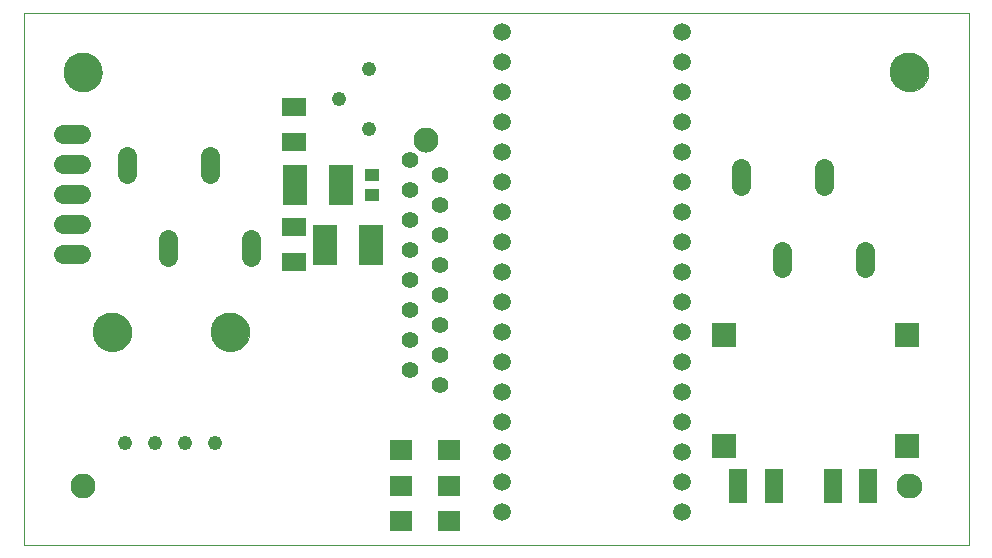
<source format=gts>
G75*
%MOIN*%
%OFA0B0*%
%FSLAX25Y25*%
%IPPOS*%
%LPD*%
%AMOC8*
5,1,8,0,0,1.08239X$1,22.5*
%
%ADD10C,0.00000*%
%ADD11C,0.12998*%
%ADD12C,0.08274*%
%ADD13C,0.05943*%
%ADD14C,0.04762*%
%ADD15C,0.05600*%
%ADD16C,0.04800*%
%ADD17C,0.06337*%
%ADD18R,0.08274X0.08274*%
%ADD19R,0.07487X0.07093*%
%ADD20R,0.06306X0.11817*%
%ADD21C,0.06400*%
%ADD22R,0.07880X0.13786*%
%ADD23R,0.08274X0.06306*%
%ADD24R,0.04731X0.04337*%
D10*
X0010673Y0006013D02*
X0010673Y0183178D01*
X0325634Y0183178D01*
X0325634Y0006013D01*
X0010673Y0006013D01*
X0026421Y0025698D02*
X0026423Y0025823D01*
X0026429Y0025948D01*
X0026439Y0026072D01*
X0026453Y0026196D01*
X0026470Y0026320D01*
X0026492Y0026443D01*
X0026518Y0026565D01*
X0026547Y0026687D01*
X0026580Y0026807D01*
X0026618Y0026926D01*
X0026658Y0027045D01*
X0026703Y0027161D01*
X0026751Y0027276D01*
X0026803Y0027390D01*
X0026859Y0027502D01*
X0026918Y0027612D01*
X0026980Y0027720D01*
X0027046Y0027827D01*
X0027115Y0027931D01*
X0027188Y0028032D01*
X0027263Y0028132D01*
X0027342Y0028229D01*
X0027424Y0028323D01*
X0027509Y0028415D01*
X0027596Y0028504D01*
X0027687Y0028590D01*
X0027780Y0028673D01*
X0027876Y0028754D01*
X0027974Y0028831D01*
X0028074Y0028905D01*
X0028177Y0028976D01*
X0028282Y0029043D01*
X0028390Y0029108D01*
X0028499Y0029168D01*
X0028610Y0029226D01*
X0028723Y0029279D01*
X0028837Y0029329D01*
X0028953Y0029376D01*
X0029070Y0029418D01*
X0029189Y0029457D01*
X0029309Y0029493D01*
X0029430Y0029524D01*
X0029552Y0029552D01*
X0029674Y0029575D01*
X0029798Y0029595D01*
X0029922Y0029611D01*
X0030046Y0029623D01*
X0030171Y0029631D01*
X0030296Y0029635D01*
X0030420Y0029635D01*
X0030545Y0029631D01*
X0030670Y0029623D01*
X0030794Y0029611D01*
X0030918Y0029595D01*
X0031042Y0029575D01*
X0031164Y0029552D01*
X0031286Y0029524D01*
X0031407Y0029493D01*
X0031527Y0029457D01*
X0031646Y0029418D01*
X0031763Y0029376D01*
X0031879Y0029329D01*
X0031993Y0029279D01*
X0032106Y0029226D01*
X0032217Y0029168D01*
X0032327Y0029108D01*
X0032434Y0029043D01*
X0032539Y0028976D01*
X0032642Y0028905D01*
X0032742Y0028831D01*
X0032840Y0028754D01*
X0032936Y0028673D01*
X0033029Y0028590D01*
X0033120Y0028504D01*
X0033207Y0028415D01*
X0033292Y0028323D01*
X0033374Y0028229D01*
X0033453Y0028132D01*
X0033528Y0028032D01*
X0033601Y0027931D01*
X0033670Y0027827D01*
X0033736Y0027720D01*
X0033798Y0027612D01*
X0033857Y0027502D01*
X0033913Y0027390D01*
X0033965Y0027276D01*
X0034013Y0027161D01*
X0034058Y0027045D01*
X0034098Y0026926D01*
X0034136Y0026807D01*
X0034169Y0026687D01*
X0034198Y0026565D01*
X0034224Y0026443D01*
X0034246Y0026320D01*
X0034263Y0026196D01*
X0034277Y0026072D01*
X0034287Y0025948D01*
X0034293Y0025823D01*
X0034295Y0025698D01*
X0034293Y0025573D01*
X0034287Y0025448D01*
X0034277Y0025324D01*
X0034263Y0025200D01*
X0034246Y0025076D01*
X0034224Y0024953D01*
X0034198Y0024831D01*
X0034169Y0024709D01*
X0034136Y0024589D01*
X0034098Y0024470D01*
X0034058Y0024351D01*
X0034013Y0024235D01*
X0033965Y0024120D01*
X0033913Y0024006D01*
X0033857Y0023894D01*
X0033798Y0023784D01*
X0033736Y0023676D01*
X0033670Y0023569D01*
X0033601Y0023465D01*
X0033528Y0023364D01*
X0033453Y0023264D01*
X0033374Y0023167D01*
X0033292Y0023073D01*
X0033207Y0022981D01*
X0033120Y0022892D01*
X0033029Y0022806D01*
X0032936Y0022723D01*
X0032840Y0022642D01*
X0032742Y0022565D01*
X0032642Y0022491D01*
X0032539Y0022420D01*
X0032434Y0022353D01*
X0032326Y0022288D01*
X0032217Y0022228D01*
X0032106Y0022170D01*
X0031993Y0022117D01*
X0031879Y0022067D01*
X0031763Y0022020D01*
X0031646Y0021978D01*
X0031527Y0021939D01*
X0031407Y0021903D01*
X0031286Y0021872D01*
X0031164Y0021844D01*
X0031042Y0021821D01*
X0030918Y0021801D01*
X0030794Y0021785D01*
X0030670Y0021773D01*
X0030545Y0021765D01*
X0030420Y0021761D01*
X0030296Y0021761D01*
X0030171Y0021765D01*
X0030046Y0021773D01*
X0029922Y0021785D01*
X0029798Y0021801D01*
X0029674Y0021821D01*
X0029552Y0021844D01*
X0029430Y0021872D01*
X0029309Y0021903D01*
X0029189Y0021939D01*
X0029070Y0021978D01*
X0028953Y0022020D01*
X0028837Y0022067D01*
X0028723Y0022117D01*
X0028610Y0022170D01*
X0028499Y0022228D01*
X0028389Y0022288D01*
X0028282Y0022353D01*
X0028177Y0022420D01*
X0028074Y0022491D01*
X0027974Y0022565D01*
X0027876Y0022642D01*
X0027780Y0022723D01*
X0027687Y0022806D01*
X0027596Y0022892D01*
X0027509Y0022981D01*
X0027424Y0023073D01*
X0027342Y0023167D01*
X0027263Y0023264D01*
X0027188Y0023364D01*
X0027115Y0023465D01*
X0027046Y0023569D01*
X0026980Y0023676D01*
X0026918Y0023784D01*
X0026859Y0023894D01*
X0026803Y0024006D01*
X0026751Y0024120D01*
X0026703Y0024235D01*
X0026658Y0024351D01*
X0026618Y0024470D01*
X0026580Y0024589D01*
X0026547Y0024709D01*
X0026518Y0024831D01*
X0026492Y0024953D01*
X0026470Y0025076D01*
X0026453Y0025200D01*
X0026439Y0025324D01*
X0026429Y0025448D01*
X0026423Y0025573D01*
X0026421Y0025698D01*
X0033902Y0076879D02*
X0033904Y0077037D01*
X0033910Y0077195D01*
X0033920Y0077353D01*
X0033934Y0077511D01*
X0033952Y0077668D01*
X0033973Y0077825D01*
X0033999Y0077981D01*
X0034029Y0078137D01*
X0034062Y0078292D01*
X0034100Y0078445D01*
X0034141Y0078598D01*
X0034186Y0078750D01*
X0034235Y0078901D01*
X0034288Y0079050D01*
X0034344Y0079198D01*
X0034404Y0079344D01*
X0034468Y0079489D01*
X0034536Y0079632D01*
X0034607Y0079774D01*
X0034681Y0079914D01*
X0034759Y0080051D01*
X0034841Y0080187D01*
X0034925Y0080321D01*
X0035014Y0080452D01*
X0035105Y0080581D01*
X0035200Y0080708D01*
X0035297Y0080833D01*
X0035398Y0080955D01*
X0035502Y0081074D01*
X0035609Y0081191D01*
X0035719Y0081305D01*
X0035832Y0081416D01*
X0035947Y0081525D01*
X0036065Y0081630D01*
X0036186Y0081732D01*
X0036309Y0081832D01*
X0036435Y0081928D01*
X0036563Y0082021D01*
X0036693Y0082111D01*
X0036826Y0082197D01*
X0036961Y0082281D01*
X0037097Y0082360D01*
X0037236Y0082437D01*
X0037377Y0082509D01*
X0037519Y0082579D01*
X0037663Y0082644D01*
X0037809Y0082706D01*
X0037956Y0082764D01*
X0038105Y0082819D01*
X0038255Y0082870D01*
X0038406Y0082917D01*
X0038558Y0082960D01*
X0038711Y0082999D01*
X0038866Y0083035D01*
X0039021Y0083066D01*
X0039177Y0083094D01*
X0039333Y0083118D01*
X0039490Y0083138D01*
X0039648Y0083154D01*
X0039805Y0083166D01*
X0039964Y0083174D01*
X0040122Y0083178D01*
X0040280Y0083178D01*
X0040438Y0083174D01*
X0040597Y0083166D01*
X0040754Y0083154D01*
X0040912Y0083138D01*
X0041069Y0083118D01*
X0041225Y0083094D01*
X0041381Y0083066D01*
X0041536Y0083035D01*
X0041691Y0082999D01*
X0041844Y0082960D01*
X0041996Y0082917D01*
X0042147Y0082870D01*
X0042297Y0082819D01*
X0042446Y0082764D01*
X0042593Y0082706D01*
X0042739Y0082644D01*
X0042883Y0082579D01*
X0043025Y0082509D01*
X0043166Y0082437D01*
X0043305Y0082360D01*
X0043441Y0082281D01*
X0043576Y0082197D01*
X0043709Y0082111D01*
X0043839Y0082021D01*
X0043967Y0081928D01*
X0044093Y0081832D01*
X0044216Y0081732D01*
X0044337Y0081630D01*
X0044455Y0081525D01*
X0044570Y0081416D01*
X0044683Y0081305D01*
X0044793Y0081191D01*
X0044900Y0081074D01*
X0045004Y0080955D01*
X0045105Y0080833D01*
X0045202Y0080708D01*
X0045297Y0080581D01*
X0045388Y0080452D01*
X0045477Y0080321D01*
X0045561Y0080187D01*
X0045643Y0080051D01*
X0045721Y0079914D01*
X0045795Y0079774D01*
X0045866Y0079632D01*
X0045934Y0079489D01*
X0045998Y0079344D01*
X0046058Y0079198D01*
X0046114Y0079050D01*
X0046167Y0078901D01*
X0046216Y0078750D01*
X0046261Y0078598D01*
X0046302Y0078445D01*
X0046340Y0078292D01*
X0046373Y0078137D01*
X0046403Y0077981D01*
X0046429Y0077825D01*
X0046450Y0077668D01*
X0046468Y0077511D01*
X0046482Y0077353D01*
X0046492Y0077195D01*
X0046498Y0077037D01*
X0046500Y0076879D01*
X0046498Y0076721D01*
X0046492Y0076563D01*
X0046482Y0076405D01*
X0046468Y0076247D01*
X0046450Y0076090D01*
X0046429Y0075933D01*
X0046403Y0075777D01*
X0046373Y0075621D01*
X0046340Y0075466D01*
X0046302Y0075313D01*
X0046261Y0075160D01*
X0046216Y0075008D01*
X0046167Y0074857D01*
X0046114Y0074708D01*
X0046058Y0074560D01*
X0045998Y0074414D01*
X0045934Y0074269D01*
X0045866Y0074126D01*
X0045795Y0073984D01*
X0045721Y0073844D01*
X0045643Y0073707D01*
X0045561Y0073571D01*
X0045477Y0073437D01*
X0045388Y0073306D01*
X0045297Y0073177D01*
X0045202Y0073050D01*
X0045105Y0072925D01*
X0045004Y0072803D01*
X0044900Y0072684D01*
X0044793Y0072567D01*
X0044683Y0072453D01*
X0044570Y0072342D01*
X0044455Y0072233D01*
X0044337Y0072128D01*
X0044216Y0072026D01*
X0044093Y0071926D01*
X0043967Y0071830D01*
X0043839Y0071737D01*
X0043709Y0071647D01*
X0043576Y0071561D01*
X0043441Y0071477D01*
X0043305Y0071398D01*
X0043166Y0071321D01*
X0043025Y0071249D01*
X0042883Y0071179D01*
X0042739Y0071114D01*
X0042593Y0071052D01*
X0042446Y0070994D01*
X0042297Y0070939D01*
X0042147Y0070888D01*
X0041996Y0070841D01*
X0041844Y0070798D01*
X0041691Y0070759D01*
X0041536Y0070723D01*
X0041381Y0070692D01*
X0041225Y0070664D01*
X0041069Y0070640D01*
X0040912Y0070620D01*
X0040754Y0070604D01*
X0040597Y0070592D01*
X0040438Y0070584D01*
X0040280Y0070580D01*
X0040122Y0070580D01*
X0039964Y0070584D01*
X0039805Y0070592D01*
X0039648Y0070604D01*
X0039490Y0070620D01*
X0039333Y0070640D01*
X0039177Y0070664D01*
X0039021Y0070692D01*
X0038866Y0070723D01*
X0038711Y0070759D01*
X0038558Y0070798D01*
X0038406Y0070841D01*
X0038255Y0070888D01*
X0038105Y0070939D01*
X0037956Y0070994D01*
X0037809Y0071052D01*
X0037663Y0071114D01*
X0037519Y0071179D01*
X0037377Y0071249D01*
X0037236Y0071321D01*
X0037097Y0071398D01*
X0036961Y0071477D01*
X0036826Y0071561D01*
X0036693Y0071647D01*
X0036563Y0071737D01*
X0036435Y0071830D01*
X0036309Y0071926D01*
X0036186Y0072026D01*
X0036065Y0072128D01*
X0035947Y0072233D01*
X0035832Y0072342D01*
X0035719Y0072453D01*
X0035609Y0072567D01*
X0035502Y0072684D01*
X0035398Y0072803D01*
X0035297Y0072925D01*
X0035200Y0073050D01*
X0035105Y0073177D01*
X0035014Y0073306D01*
X0034925Y0073437D01*
X0034841Y0073571D01*
X0034759Y0073707D01*
X0034681Y0073844D01*
X0034607Y0073984D01*
X0034536Y0074126D01*
X0034468Y0074269D01*
X0034404Y0074414D01*
X0034344Y0074560D01*
X0034288Y0074708D01*
X0034235Y0074857D01*
X0034186Y0075008D01*
X0034141Y0075160D01*
X0034100Y0075313D01*
X0034062Y0075466D01*
X0034029Y0075621D01*
X0033999Y0075777D01*
X0033973Y0075933D01*
X0033952Y0076090D01*
X0033934Y0076247D01*
X0033920Y0076405D01*
X0033910Y0076563D01*
X0033904Y0076721D01*
X0033902Y0076879D01*
X0073272Y0076879D02*
X0073274Y0077037D01*
X0073280Y0077195D01*
X0073290Y0077353D01*
X0073304Y0077511D01*
X0073322Y0077668D01*
X0073343Y0077825D01*
X0073369Y0077981D01*
X0073399Y0078137D01*
X0073432Y0078292D01*
X0073470Y0078445D01*
X0073511Y0078598D01*
X0073556Y0078750D01*
X0073605Y0078901D01*
X0073658Y0079050D01*
X0073714Y0079198D01*
X0073774Y0079344D01*
X0073838Y0079489D01*
X0073906Y0079632D01*
X0073977Y0079774D01*
X0074051Y0079914D01*
X0074129Y0080051D01*
X0074211Y0080187D01*
X0074295Y0080321D01*
X0074384Y0080452D01*
X0074475Y0080581D01*
X0074570Y0080708D01*
X0074667Y0080833D01*
X0074768Y0080955D01*
X0074872Y0081074D01*
X0074979Y0081191D01*
X0075089Y0081305D01*
X0075202Y0081416D01*
X0075317Y0081525D01*
X0075435Y0081630D01*
X0075556Y0081732D01*
X0075679Y0081832D01*
X0075805Y0081928D01*
X0075933Y0082021D01*
X0076063Y0082111D01*
X0076196Y0082197D01*
X0076331Y0082281D01*
X0076467Y0082360D01*
X0076606Y0082437D01*
X0076747Y0082509D01*
X0076889Y0082579D01*
X0077033Y0082644D01*
X0077179Y0082706D01*
X0077326Y0082764D01*
X0077475Y0082819D01*
X0077625Y0082870D01*
X0077776Y0082917D01*
X0077928Y0082960D01*
X0078081Y0082999D01*
X0078236Y0083035D01*
X0078391Y0083066D01*
X0078547Y0083094D01*
X0078703Y0083118D01*
X0078860Y0083138D01*
X0079018Y0083154D01*
X0079175Y0083166D01*
X0079334Y0083174D01*
X0079492Y0083178D01*
X0079650Y0083178D01*
X0079808Y0083174D01*
X0079967Y0083166D01*
X0080124Y0083154D01*
X0080282Y0083138D01*
X0080439Y0083118D01*
X0080595Y0083094D01*
X0080751Y0083066D01*
X0080906Y0083035D01*
X0081061Y0082999D01*
X0081214Y0082960D01*
X0081366Y0082917D01*
X0081517Y0082870D01*
X0081667Y0082819D01*
X0081816Y0082764D01*
X0081963Y0082706D01*
X0082109Y0082644D01*
X0082253Y0082579D01*
X0082395Y0082509D01*
X0082536Y0082437D01*
X0082675Y0082360D01*
X0082811Y0082281D01*
X0082946Y0082197D01*
X0083079Y0082111D01*
X0083209Y0082021D01*
X0083337Y0081928D01*
X0083463Y0081832D01*
X0083586Y0081732D01*
X0083707Y0081630D01*
X0083825Y0081525D01*
X0083940Y0081416D01*
X0084053Y0081305D01*
X0084163Y0081191D01*
X0084270Y0081074D01*
X0084374Y0080955D01*
X0084475Y0080833D01*
X0084572Y0080708D01*
X0084667Y0080581D01*
X0084758Y0080452D01*
X0084847Y0080321D01*
X0084931Y0080187D01*
X0085013Y0080051D01*
X0085091Y0079914D01*
X0085165Y0079774D01*
X0085236Y0079632D01*
X0085304Y0079489D01*
X0085368Y0079344D01*
X0085428Y0079198D01*
X0085484Y0079050D01*
X0085537Y0078901D01*
X0085586Y0078750D01*
X0085631Y0078598D01*
X0085672Y0078445D01*
X0085710Y0078292D01*
X0085743Y0078137D01*
X0085773Y0077981D01*
X0085799Y0077825D01*
X0085820Y0077668D01*
X0085838Y0077511D01*
X0085852Y0077353D01*
X0085862Y0077195D01*
X0085868Y0077037D01*
X0085870Y0076879D01*
X0085868Y0076721D01*
X0085862Y0076563D01*
X0085852Y0076405D01*
X0085838Y0076247D01*
X0085820Y0076090D01*
X0085799Y0075933D01*
X0085773Y0075777D01*
X0085743Y0075621D01*
X0085710Y0075466D01*
X0085672Y0075313D01*
X0085631Y0075160D01*
X0085586Y0075008D01*
X0085537Y0074857D01*
X0085484Y0074708D01*
X0085428Y0074560D01*
X0085368Y0074414D01*
X0085304Y0074269D01*
X0085236Y0074126D01*
X0085165Y0073984D01*
X0085091Y0073844D01*
X0085013Y0073707D01*
X0084931Y0073571D01*
X0084847Y0073437D01*
X0084758Y0073306D01*
X0084667Y0073177D01*
X0084572Y0073050D01*
X0084475Y0072925D01*
X0084374Y0072803D01*
X0084270Y0072684D01*
X0084163Y0072567D01*
X0084053Y0072453D01*
X0083940Y0072342D01*
X0083825Y0072233D01*
X0083707Y0072128D01*
X0083586Y0072026D01*
X0083463Y0071926D01*
X0083337Y0071830D01*
X0083209Y0071737D01*
X0083079Y0071647D01*
X0082946Y0071561D01*
X0082811Y0071477D01*
X0082675Y0071398D01*
X0082536Y0071321D01*
X0082395Y0071249D01*
X0082253Y0071179D01*
X0082109Y0071114D01*
X0081963Y0071052D01*
X0081816Y0070994D01*
X0081667Y0070939D01*
X0081517Y0070888D01*
X0081366Y0070841D01*
X0081214Y0070798D01*
X0081061Y0070759D01*
X0080906Y0070723D01*
X0080751Y0070692D01*
X0080595Y0070664D01*
X0080439Y0070640D01*
X0080282Y0070620D01*
X0080124Y0070604D01*
X0079967Y0070592D01*
X0079808Y0070584D01*
X0079650Y0070580D01*
X0079492Y0070580D01*
X0079334Y0070584D01*
X0079175Y0070592D01*
X0079018Y0070604D01*
X0078860Y0070620D01*
X0078703Y0070640D01*
X0078547Y0070664D01*
X0078391Y0070692D01*
X0078236Y0070723D01*
X0078081Y0070759D01*
X0077928Y0070798D01*
X0077776Y0070841D01*
X0077625Y0070888D01*
X0077475Y0070939D01*
X0077326Y0070994D01*
X0077179Y0071052D01*
X0077033Y0071114D01*
X0076889Y0071179D01*
X0076747Y0071249D01*
X0076606Y0071321D01*
X0076467Y0071398D01*
X0076331Y0071477D01*
X0076196Y0071561D01*
X0076063Y0071647D01*
X0075933Y0071737D01*
X0075805Y0071830D01*
X0075679Y0071926D01*
X0075556Y0072026D01*
X0075435Y0072128D01*
X0075317Y0072233D01*
X0075202Y0072342D01*
X0075089Y0072453D01*
X0074979Y0072567D01*
X0074872Y0072684D01*
X0074768Y0072803D01*
X0074667Y0072925D01*
X0074570Y0073050D01*
X0074475Y0073177D01*
X0074384Y0073306D01*
X0074295Y0073437D01*
X0074211Y0073571D01*
X0074129Y0073707D01*
X0074051Y0073844D01*
X0073977Y0073984D01*
X0073906Y0074126D01*
X0073838Y0074269D01*
X0073774Y0074414D01*
X0073714Y0074560D01*
X0073658Y0074708D01*
X0073605Y0074857D01*
X0073556Y0075008D01*
X0073511Y0075160D01*
X0073470Y0075313D01*
X0073432Y0075466D01*
X0073399Y0075621D01*
X0073369Y0075777D01*
X0073343Y0075933D01*
X0073322Y0076090D01*
X0073304Y0076247D01*
X0073290Y0076405D01*
X0073280Y0076563D01*
X0073274Y0076721D01*
X0073272Y0076879D01*
X0140736Y0141013D02*
X0140738Y0141138D01*
X0140744Y0141263D01*
X0140754Y0141387D01*
X0140768Y0141511D01*
X0140785Y0141635D01*
X0140807Y0141758D01*
X0140833Y0141880D01*
X0140862Y0142002D01*
X0140895Y0142122D01*
X0140933Y0142241D01*
X0140973Y0142360D01*
X0141018Y0142476D01*
X0141066Y0142591D01*
X0141118Y0142705D01*
X0141174Y0142817D01*
X0141233Y0142927D01*
X0141295Y0143035D01*
X0141361Y0143142D01*
X0141430Y0143246D01*
X0141503Y0143347D01*
X0141578Y0143447D01*
X0141657Y0143544D01*
X0141739Y0143638D01*
X0141824Y0143730D01*
X0141911Y0143819D01*
X0142002Y0143905D01*
X0142095Y0143988D01*
X0142191Y0144069D01*
X0142289Y0144146D01*
X0142389Y0144220D01*
X0142492Y0144291D01*
X0142597Y0144358D01*
X0142705Y0144423D01*
X0142814Y0144483D01*
X0142925Y0144541D01*
X0143038Y0144594D01*
X0143152Y0144644D01*
X0143268Y0144691D01*
X0143385Y0144733D01*
X0143504Y0144772D01*
X0143624Y0144808D01*
X0143745Y0144839D01*
X0143867Y0144867D01*
X0143989Y0144890D01*
X0144113Y0144910D01*
X0144237Y0144926D01*
X0144361Y0144938D01*
X0144486Y0144946D01*
X0144611Y0144950D01*
X0144735Y0144950D01*
X0144860Y0144946D01*
X0144985Y0144938D01*
X0145109Y0144926D01*
X0145233Y0144910D01*
X0145357Y0144890D01*
X0145479Y0144867D01*
X0145601Y0144839D01*
X0145722Y0144808D01*
X0145842Y0144772D01*
X0145961Y0144733D01*
X0146078Y0144691D01*
X0146194Y0144644D01*
X0146308Y0144594D01*
X0146421Y0144541D01*
X0146532Y0144483D01*
X0146642Y0144423D01*
X0146749Y0144358D01*
X0146854Y0144291D01*
X0146957Y0144220D01*
X0147057Y0144146D01*
X0147155Y0144069D01*
X0147251Y0143988D01*
X0147344Y0143905D01*
X0147435Y0143819D01*
X0147522Y0143730D01*
X0147607Y0143638D01*
X0147689Y0143544D01*
X0147768Y0143447D01*
X0147843Y0143347D01*
X0147916Y0143246D01*
X0147985Y0143142D01*
X0148051Y0143035D01*
X0148113Y0142927D01*
X0148172Y0142817D01*
X0148228Y0142705D01*
X0148280Y0142591D01*
X0148328Y0142476D01*
X0148373Y0142360D01*
X0148413Y0142241D01*
X0148451Y0142122D01*
X0148484Y0142002D01*
X0148513Y0141880D01*
X0148539Y0141758D01*
X0148561Y0141635D01*
X0148578Y0141511D01*
X0148592Y0141387D01*
X0148602Y0141263D01*
X0148608Y0141138D01*
X0148610Y0141013D01*
X0148608Y0140888D01*
X0148602Y0140763D01*
X0148592Y0140639D01*
X0148578Y0140515D01*
X0148561Y0140391D01*
X0148539Y0140268D01*
X0148513Y0140146D01*
X0148484Y0140024D01*
X0148451Y0139904D01*
X0148413Y0139785D01*
X0148373Y0139666D01*
X0148328Y0139550D01*
X0148280Y0139435D01*
X0148228Y0139321D01*
X0148172Y0139209D01*
X0148113Y0139099D01*
X0148051Y0138991D01*
X0147985Y0138884D01*
X0147916Y0138780D01*
X0147843Y0138679D01*
X0147768Y0138579D01*
X0147689Y0138482D01*
X0147607Y0138388D01*
X0147522Y0138296D01*
X0147435Y0138207D01*
X0147344Y0138121D01*
X0147251Y0138038D01*
X0147155Y0137957D01*
X0147057Y0137880D01*
X0146957Y0137806D01*
X0146854Y0137735D01*
X0146749Y0137668D01*
X0146641Y0137603D01*
X0146532Y0137543D01*
X0146421Y0137485D01*
X0146308Y0137432D01*
X0146194Y0137382D01*
X0146078Y0137335D01*
X0145961Y0137293D01*
X0145842Y0137254D01*
X0145722Y0137218D01*
X0145601Y0137187D01*
X0145479Y0137159D01*
X0145357Y0137136D01*
X0145233Y0137116D01*
X0145109Y0137100D01*
X0144985Y0137088D01*
X0144860Y0137080D01*
X0144735Y0137076D01*
X0144611Y0137076D01*
X0144486Y0137080D01*
X0144361Y0137088D01*
X0144237Y0137100D01*
X0144113Y0137116D01*
X0143989Y0137136D01*
X0143867Y0137159D01*
X0143745Y0137187D01*
X0143624Y0137218D01*
X0143504Y0137254D01*
X0143385Y0137293D01*
X0143268Y0137335D01*
X0143152Y0137382D01*
X0143038Y0137432D01*
X0142925Y0137485D01*
X0142814Y0137543D01*
X0142704Y0137603D01*
X0142597Y0137668D01*
X0142492Y0137735D01*
X0142389Y0137806D01*
X0142289Y0137880D01*
X0142191Y0137957D01*
X0142095Y0138038D01*
X0142002Y0138121D01*
X0141911Y0138207D01*
X0141824Y0138296D01*
X0141739Y0138388D01*
X0141657Y0138482D01*
X0141578Y0138579D01*
X0141503Y0138679D01*
X0141430Y0138780D01*
X0141361Y0138884D01*
X0141295Y0138991D01*
X0141233Y0139099D01*
X0141174Y0139209D01*
X0141118Y0139321D01*
X0141066Y0139435D01*
X0141018Y0139550D01*
X0140973Y0139666D01*
X0140933Y0139785D01*
X0140895Y0139904D01*
X0140862Y0140024D01*
X0140833Y0140146D01*
X0140807Y0140268D01*
X0140785Y0140391D01*
X0140768Y0140515D01*
X0140754Y0140639D01*
X0140744Y0140763D01*
X0140738Y0140888D01*
X0140736Y0141013D01*
X0024059Y0163493D02*
X0024061Y0163651D01*
X0024067Y0163809D01*
X0024077Y0163967D01*
X0024091Y0164125D01*
X0024109Y0164282D01*
X0024130Y0164439D01*
X0024156Y0164595D01*
X0024186Y0164751D01*
X0024219Y0164906D01*
X0024257Y0165059D01*
X0024298Y0165212D01*
X0024343Y0165364D01*
X0024392Y0165515D01*
X0024445Y0165664D01*
X0024501Y0165812D01*
X0024561Y0165958D01*
X0024625Y0166103D01*
X0024693Y0166246D01*
X0024764Y0166388D01*
X0024838Y0166528D01*
X0024916Y0166665D01*
X0024998Y0166801D01*
X0025082Y0166935D01*
X0025171Y0167066D01*
X0025262Y0167195D01*
X0025357Y0167322D01*
X0025454Y0167447D01*
X0025555Y0167569D01*
X0025659Y0167688D01*
X0025766Y0167805D01*
X0025876Y0167919D01*
X0025989Y0168030D01*
X0026104Y0168139D01*
X0026222Y0168244D01*
X0026343Y0168346D01*
X0026466Y0168446D01*
X0026592Y0168542D01*
X0026720Y0168635D01*
X0026850Y0168725D01*
X0026983Y0168811D01*
X0027118Y0168895D01*
X0027254Y0168974D01*
X0027393Y0169051D01*
X0027534Y0169123D01*
X0027676Y0169193D01*
X0027820Y0169258D01*
X0027966Y0169320D01*
X0028113Y0169378D01*
X0028262Y0169433D01*
X0028412Y0169484D01*
X0028563Y0169531D01*
X0028715Y0169574D01*
X0028868Y0169613D01*
X0029023Y0169649D01*
X0029178Y0169680D01*
X0029334Y0169708D01*
X0029490Y0169732D01*
X0029647Y0169752D01*
X0029805Y0169768D01*
X0029962Y0169780D01*
X0030121Y0169788D01*
X0030279Y0169792D01*
X0030437Y0169792D01*
X0030595Y0169788D01*
X0030754Y0169780D01*
X0030911Y0169768D01*
X0031069Y0169752D01*
X0031226Y0169732D01*
X0031382Y0169708D01*
X0031538Y0169680D01*
X0031693Y0169649D01*
X0031848Y0169613D01*
X0032001Y0169574D01*
X0032153Y0169531D01*
X0032304Y0169484D01*
X0032454Y0169433D01*
X0032603Y0169378D01*
X0032750Y0169320D01*
X0032896Y0169258D01*
X0033040Y0169193D01*
X0033182Y0169123D01*
X0033323Y0169051D01*
X0033462Y0168974D01*
X0033598Y0168895D01*
X0033733Y0168811D01*
X0033866Y0168725D01*
X0033996Y0168635D01*
X0034124Y0168542D01*
X0034250Y0168446D01*
X0034373Y0168346D01*
X0034494Y0168244D01*
X0034612Y0168139D01*
X0034727Y0168030D01*
X0034840Y0167919D01*
X0034950Y0167805D01*
X0035057Y0167688D01*
X0035161Y0167569D01*
X0035262Y0167447D01*
X0035359Y0167322D01*
X0035454Y0167195D01*
X0035545Y0167066D01*
X0035634Y0166935D01*
X0035718Y0166801D01*
X0035800Y0166665D01*
X0035878Y0166528D01*
X0035952Y0166388D01*
X0036023Y0166246D01*
X0036091Y0166103D01*
X0036155Y0165958D01*
X0036215Y0165812D01*
X0036271Y0165664D01*
X0036324Y0165515D01*
X0036373Y0165364D01*
X0036418Y0165212D01*
X0036459Y0165059D01*
X0036497Y0164906D01*
X0036530Y0164751D01*
X0036560Y0164595D01*
X0036586Y0164439D01*
X0036607Y0164282D01*
X0036625Y0164125D01*
X0036639Y0163967D01*
X0036649Y0163809D01*
X0036655Y0163651D01*
X0036657Y0163493D01*
X0036655Y0163335D01*
X0036649Y0163177D01*
X0036639Y0163019D01*
X0036625Y0162861D01*
X0036607Y0162704D01*
X0036586Y0162547D01*
X0036560Y0162391D01*
X0036530Y0162235D01*
X0036497Y0162080D01*
X0036459Y0161927D01*
X0036418Y0161774D01*
X0036373Y0161622D01*
X0036324Y0161471D01*
X0036271Y0161322D01*
X0036215Y0161174D01*
X0036155Y0161028D01*
X0036091Y0160883D01*
X0036023Y0160740D01*
X0035952Y0160598D01*
X0035878Y0160458D01*
X0035800Y0160321D01*
X0035718Y0160185D01*
X0035634Y0160051D01*
X0035545Y0159920D01*
X0035454Y0159791D01*
X0035359Y0159664D01*
X0035262Y0159539D01*
X0035161Y0159417D01*
X0035057Y0159298D01*
X0034950Y0159181D01*
X0034840Y0159067D01*
X0034727Y0158956D01*
X0034612Y0158847D01*
X0034494Y0158742D01*
X0034373Y0158640D01*
X0034250Y0158540D01*
X0034124Y0158444D01*
X0033996Y0158351D01*
X0033866Y0158261D01*
X0033733Y0158175D01*
X0033598Y0158091D01*
X0033462Y0158012D01*
X0033323Y0157935D01*
X0033182Y0157863D01*
X0033040Y0157793D01*
X0032896Y0157728D01*
X0032750Y0157666D01*
X0032603Y0157608D01*
X0032454Y0157553D01*
X0032304Y0157502D01*
X0032153Y0157455D01*
X0032001Y0157412D01*
X0031848Y0157373D01*
X0031693Y0157337D01*
X0031538Y0157306D01*
X0031382Y0157278D01*
X0031226Y0157254D01*
X0031069Y0157234D01*
X0030911Y0157218D01*
X0030754Y0157206D01*
X0030595Y0157198D01*
X0030437Y0157194D01*
X0030279Y0157194D01*
X0030121Y0157198D01*
X0029962Y0157206D01*
X0029805Y0157218D01*
X0029647Y0157234D01*
X0029490Y0157254D01*
X0029334Y0157278D01*
X0029178Y0157306D01*
X0029023Y0157337D01*
X0028868Y0157373D01*
X0028715Y0157412D01*
X0028563Y0157455D01*
X0028412Y0157502D01*
X0028262Y0157553D01*
X0028113Y0157608D01*
X0027966Y0157666D01*
X0027820Y0157728D01*
X0027676Y0157793D01*
X0027534Y0157863D01*
X0027393Y0157935D01*
X0027254Y0158012D01*
X0027118Y0158091D01*
X0026983Y0158175D01*
X0026850Y0158261D01*
X0026720Y0158351D01*
X0026592Y0158444D01*
X0026466Y0158540D01*
X0026343Y0158640D01*
X0026222Y0158742D01*
X0026104Y0158847D01*
X0025989Y0158956D01*
X0025876Y0159067D01*
X0025766Y0159181D01*
X0025659Y0159298D01*
X0025555Y0159417D01*
X0025454Y0159539D01*
X0025357Y0159664D01*
X0025262Y0159791D01*
X0025171Y0159920D01*
X0025082Y0160051D01*
X0024998Y0160185D01*
X0024916Y0160321D01*
X0024838Y0160458D01*
X0024764Y0160598D01*
X0024693Y0160740D01*
X0024625Y0160883D01*
X0024561Y0161028D01*
X0024501Y0161174D01*
X0024445Y0161322D01*
X0024392Y0161471D01*
X0024343Y0161622D01*
X0024298Y0161774D01*
X0024257Y0161927D01*
X0024219Y0162080D01*
X0024186Y0162235D01*
X0024156Y0162391D01*
X0024130Y0162547D01*
X0024109Y0162704D01*
X0024091Y0162861D01*
X0024077Y0163019D01*
X0024067Y0163177D01*
X0024061Y0163335D01*
X0024059Y0163493D01*
X0299650Y0163493D02*
X0299652Y0163651D01*
X0299658Y0163809D01*
X0299668Y0163967D01*
X0299682Y0164125D01*
X0299700Y0164282D01*
X0299721Y0164439D01*
X0299747Y0164595D01*
X0299777Y0164751D01*
X0299810Y0164906D01*
X0299848Y0165059D01*
X0299889Y0165212D01*
X0299934Y0165364D01*
X0299983Y0165515D01*
X0300036Y0165664D01*
X0300092Y0165812D01*
X0300152Y0165958D01*
X0300216Y0166103D01*
X0300284Y0166246D01*
X0300355Y0166388D01*
X0300429Y0166528D01*
X0300507Y0166665D01*
X0300589Y0166801D01*
X0300673Y0166935D01*
X0300762Y0167066D01*
X0300853Y0167195D01*
X0300948Y0167322D01*
X0301045Y0167447D01*
X0301146Y0167569D01*
X0301250Y0167688D01*
X0301357Y0167805D01*
X0301467Y0167919D01*
X0301580Y0168030D01*
X0301695Y0168139D01*
X0301813Y0168244D01*
X0301934Y0168346D01*
X0302057Y0168446D01*
X0302183Y0168542D01*
X0302311Y0168635D01*
X0302441Y0168725D01*
X0302574Y0168811D01*
X0302709Y0168895D01*
X0302845Y0168974D01*
X0302984Y0169051D01*
X0303125Y0169123D01*
X0303267Y0169193D01*
X0303411Y0169258D01*
X0303557Y0169320D01*
X0303704Y0169378D01*
X0303853Y0169433D01*
X0304003Y0169484D01*
X0304154Y0169531D01*
X0304306Y0169574D01*
X0304459Y0169613D01*
X0304614Y0169649D01*
X0304769Y0169680D01*
X0304925Y0169708D01*
X0305081Y0169732D01*
X0305238Y0169752D01*
X0305396Y0169768D01*
X0305553Y0169780D01*
X0305712Y0169788D01*
X0305870Y0169792D01*
X0306028Y0169792D01*
X0306186Y0169788D01*
X0306345Y0169780D01*
X0306502Y0169768D01*
X0306660Y0169752D01*
X0306817Y0169732D01*
X0306973Y0169708D01*
X0307129Y0169680D01*
X0307284Y0169649D01*
X0307439Y0169613D01*
X0307592Y0169574D01*
X0307744Y0169531D01*
X0307895Y0169484D01*
X0308045Y0169433D01*
X0308194Y0169378D01*
X0308341Y0169320D01*
X0308487Y0169258D01*
X0308631Y0169193D01*
X0308773Y0169123D01*
X0308914Y0169051D01*
X0309053Y0168974D01*
X0309189Y0168895D01*
X0309324Y0168811D01*
X0309457Y0168725D01*
X0309587Y0168635D01*
X0309715Y0168542D01*
X0309841Y0168446D01*
X0309964Y0168346D01*
X0310085Y0168244D01*
X0310203Y0168139D01*
X0310318Y0168030D01*
X0310431Y0167919D01*
X0310541Y0167805D01*
X0310648Y0167688D01*
X0310752Y0167569D01*
X0310853Y0167447D01*
X0310950Y0167322D01*
X0311045Y0167195D01*
X0311136Y0167066D01*
X0311225Y0166935D01*
X0311309Y0166801D01*
X0311391Y0166665D01*
X0311469Y0166528D01*
X0311543Y0166388D01*
X0311614Y0166246D01*
X0311682Y0166103D01*
X0311746Y0165958D01*
X0311806Y0165812D01*
X0311862Y0165664D01*
X0311915Y0165515D01*
X0311964Y0165364D01*
X0312009Y0165212D01*
X0312050Y0165059D01*
X0312088Y0164906D01*
X0312121Y0164751D01*
X0312151Y0164595D01*
X0312177Y0164439D01*
X0312198Y0164282D01*
X0312216Y0164125D01*
X0312230Y0163967D01*
X0312240Y0163809D01*
X0312246Y0163651D01*
X0312248Y0163493D01*
X0312246Y0163335D01*
X0312240Y0163177D01*
X0312230Y0163019D01*
X0312216Y0162861D01*
X0312198Y0162704D01*
X0312177Y0162547D01*
X0312151Y0162391D01*
X0312121Y0162235D01*
X0312088Y0162080D01*
X0312050Y0161927D01*
X0312009Y0161774D01*
X0311964Y0161622D01*
X0311915Y0161471D01*
X0311862Y0161322D01*
X0311806Y0161174D01*
X0311746Y0161028D01*
X0311682Y0160883D01*
X0311614Y0160740D01*
X0311543Y0160598D01*
X0311469Y0160458D01*
X0311391Y0160321D01*
X0311309Y0160185D01*
X0311225Y0160051D01*
X0311136Y0159920D01*
X0311045Y0159791D01*
X0310950Y0159664D01*
X0310853Y0159539D01*
X0310752Y0159417D01*
X0310648Y0159298D01*
X0310541Y0159181D01*
X0310431Y0159067D01*
X0310318Y0158956D01*
X0310203Y0158847D01*
X0310085Y0158742D01*
X0309964Y0158640D01*
X0309841Y0158540D01*
X0309715Y0158444D01*
X0309587Y0158351D01*
X0309457Y0158261D01*
X0309324Y0158175D01*
X0309189Y0158091D01*
X0309053Y0158012D01*
X0308914Y0157935D01*
X0308773Y0157863D01*
X0308631Y0157793D01*
X0308487Y0157728D01*
X0308341Y0157666D01*
X0308194Y0157608D01*
X0308045Y0157553D01*
X0307895Y0157502D01*
X0307744Y0157455D01*
X0307592Y0157412D01*
X0307439Y0157373D01*
X0307284Y0157337D01*
X0307129Y0157306D01*
X0306973Y0157278D01*
X0306817Y0157254D01*
X0306660Y0157234D01*
X0306502Y0157218D01*
X0306345Y0157206D01*
X0306186Y0157198D01*
X0306028Y0157194D01*
X0305870Y0157194D01*
X0305712Y0157198D01*
X0305553Y0157206D01*
X0305396Y0157218D01*
X0305238Y0157234D01*
X0305081Y0157254D01*
X0304925Y0157278D01*
X0304769Y0157306D01*
X0304614Y0157337D01*
X0304459Y0157373D01*
X0304306Y0157412D01*
X0304154Y0157455D01*
X0304003Y0157502D01*
X0303853Y0157553D01*
X0303704Y0157608D01*
X0303557Y0157666D01*
X0303411Y0157728D01*
X0303267Y0157793D01*
X0303125Y0157863D01*
X0302984Y0157935D01*
X0302845Y0158012D01*
X0302709Y0158091D01*
X0302574Y0158175D01*
X0302441Y0158261D01*
X0302311Y0158351D01*
X0302183Y0158444D01*
X0302057Y0158540D01*
X0301934Y0158640D01*
X0301813Y0158742D01*
X0301695Y0158847D01*
X0301580Y0158956D01*
X0301467Y0159067D01*
X0301357Y0159181D01*
X0301250Y0159298D01*
X0301146Y0159417D01*
X0301045Y0159539D01*
X0300948Y0159664D01*
X0300853Y0159791D01*
X0300762Y0159920D01*
X0300673Y0160051D01*
X0300589Y0160185D01*
X0300507Y0160321D01*
X0300429Y0160458D01*
X0300355Y0160598D01*
X0300284Y0160740D01*
X0300216Y0160883D01*
X0300152Y0161028D01*
X0300092Y0161174D01*
X0300036Y0161322D01*
X0299983Y0161471D01*
X0299934Y0161622D01*
X0299889Y0161774D01*
X0299848Y0161927D01*
X0299810Y0162080D01*
X0299777Y0162235D01*
X0299747Y0162391D01*
X0299721Y0162547D01*
X0299700Y0162704D01*
X0299682Y0162861D01*
X0299668Y0163019D01*
X0299658Y0163177D01*
X0299652Y0163335D01*
X0299650Y0163493D01*
X0302012Y0025698D02*
X0302014Y0025823D01*
X0302020Y0025948D01*
X0302030Y0026072D01*
X0302044Y0026196D01*
X0302061Y0026320D01*
X0302083Y0026443D01*
X0302109Y0026565D01*
X0302138Y0026687D01*
X0302171Y0026807D01*
X0302209Y0026926D01*
X0302249Y0027045D01*
X0302294Y0027161D01*
X0302342Y0027276D01*
X0302394Y0027390D01*
X0302450Y0027502D01*
X0302509Y0027612D01*
X0302571Y0027720D01*
X0302637Y0027827D01*
X0302706Y0027931D01*
X0302779Y0028032D01*
X0302854Y0028132D01*
X0302933Y0028229D01*
X0303015Y0028323D01*
X0303100Y0028415D01*
X0303187Y0028504D01*
X0303278Y0028590D01*
X0303371Y0028673D01*
X0303467Y0028754D01*
X0303565Y0028831D01*
X0303665Y0028905D01*
X0303768Y0028976D01*
X0303873Y0029043D01*
X0303981Y0029108D01*
X0304090Y0029168D01*
X0304201Y0029226D01*
X0304314Y0029279D01*
X0304428Y0029329D01*
X0304544Y0029376D01*
X0304661Y0029418D01*
X0304780Y0029457D01*
X0304900Y0029493D01*
X0305021Y0029524D01*
X0305143Y0029552D01*
X0305265Y0029575D01*
X0305389Y0029595D01*
X0305513Y0029611D01*
X0305637Y0029623D01*
X0305762Y0029631D01*
X0305887Y0029635D01*
X0306011Y0029635D01*
X0306136Y0029631D01*
X0306261Y0029623D01*
X0306385Y0029611D01*
X0306509Y0029595D01*
X0306633Y0029575D01*
X0306755Y0029552D01*
X0306877Y0029524D01*
X0306998Y0029493D01*
X0307118Y0029457D01*
X0307237Y0029418D01*
X0307354Y0029376D01*
X0307470Y0029329D01*
X0307584Y0029279D01*
X0307697Y0029226D01*
X0307808Y0029168D01*
X0307918Y0029108D01*
X0308025Y0029043D01*
X0308130Y0028976D01*
X0308233Y0028905D01*
X0308333Y0028831D01*
X0308431Y0028754D01*
X0308527Y0028673D01*
X0308620Y0028590D01*
X0308711Y0028504D01*
X0308798Y0028415D01*
X0308883Y0028323D01*
X0308965Y0028229D01*
X0309044Y0028132D01*
X0309119Y0028032D01*
X0309192Y0027931D01*
X0309261Y0027827D01*
X0309327Y0027720D01*
X0309389Y0027612D01*
X0309448Y0027502D01*
X0309504Y0027390D01*
X0309556Y0027276D01*
X0309604Y0027161D01*
X0309649Y0027045D01*
X0309689Y0026926D01*
X0309727Y0026807D01*
X0309760Y0026687D01*
X0309789Y0026565D01*
X0309815Y0026443D01*
X0309837Y0026320D01*
X0309854Y0026196D01*
X0309868Y0026072D01*
X0309878Y0025948D01*
X0309884Y0025823D01*
X0309886Y0025698D01*
X0309884Y0025573D01*
X0309878Y0025448D01*
X0309868Y0025324D01*
X0309854Y0025200D01*
X0309837Y0025076D01*
X0309815Y0024953D01*
X0309789Y0024831D01*
X0309760Y0024709D01*
X0309727Y0024589D01*
X0309689Y0024470D01*
X0309649Y0024351D01*
X0309604Y0024235D01*
X0309556Y0024120D01*
X0309504Y0024006D01*
X0309448Y0023894D01*
X0309389Y0023784D01*
X0309327Y0023676D01*
X0309261Y0023569D01*
X0309192Y0023465D01*
X0309119Y0023364D01*
X0309044Y0023264D01*
X0308965Y0023167D01*
X0308883Y0023073D01*
X0308798Y0022981D01*
X0308711Y0022892D01*
X0308620Y0022806D01*
X0308527Y0022723D01*
X0308431Y0022642D01*
X0308333Y0022565D01*
X0308233Y0022491D01*
X0308130Y0022420D01*
X0308025Y0022353D01*
X0307917Y0022288D01*
X0307808Y0022228D01*
X0307697Y0022170D01*
X0307584Y0022117D01*
X0307470Y0022067D01*
X0307354Y0022020D01*
X0307237Y0021978D01*
X0307118Y0021939D01*
X0306998Y0021903D01*
X0306877Y0021872D01*
X0306755Y0021844D01*
X0306633Y0021821D01*
X0306509Y0021801D01*
X0306385Y0021785D01*
X0306261Y0021773D01*
X0306136Y0021765D01*
X0306011Y0021761D01*
X0305887Y0021761D01*
X0305762Y0021765D01*
X0305637Y0021773D01*
X0305513Y0021785D01*
X0305389Y0021801D01*
X0305265Y0021821D01*
X0305143Y0021844D01*
X0305021Y0021872D01*
X0304900Y0021903D01*
X0304780Y0021939D01*
X0304661Y0021978D01*
X0304544Y0022020D01*
X0304428Y0022067D01*
X0304314Y0022117D01*
X0304201Y0022170D01*
X0304090Y0022228D01*
X0303980Y0022288D01*
X0303873Y0022353D01*
X0303768Y0022420D01*
X0303665Y0022491D01*
X0303565Y0022565D01*
X0303467Y0022642D01*
X0303371Y0022723D01*
X0303278Y0022806D01*
X0303187Y0022892D01*
X0303100Y0022981D01*
X0303015Y0023073D01*
X0302933Y0023167D01*
X0302854Y0023264D01*
X0302779Y0023364D01*
X0302706Y0023465D01*
X0302637Y0023569D01*
X0302571Y0023676D01*
X0302509Y0023784D01*
X0302450Y0023894D01*
X0302394Y0024006D01*
X0302342Y0024120D01*
X0302294Y0024235D01*
X0302249Y0024351D01*
X0302209Y0024470D01*
X0302171Y0024589D01*
X0302138Y0024709D01*
X0302109Y0024831D01*
X0302083Y0024953D01*
X0302061Y0025076D01*
X0302044Y0025200D01*
X0302030Y0025324D01*
X0302020Y0025448D01*
X0302014Y0025573D01*
X0302012Y0025698D01*
D11*
X0079571Y0076879D03*
X0040201Y0076879D03*
X0030358Y0163493D03*
X0305949Y0163493D03*
D12*
X0144673Y0141013D03*
X0030358Y0025698D03*
X0305949Y0025698D03*
D13*
X0230280Y0026800D03*
X0230280Y0016800D03*
X0230280Y0036800D03*
X0230280Y0046800D03*
X0230280Y0056800D03*
X0230280Y0066800D03*
X0230280Y0076800D03*
X0230280Y0086800D03*
X0230280Y0096800D03*
X0230280Y0106800D03*
X0230280Y0116800D03*
X0230280Y0126800D03*
X0230280Y0136800D03*
X0230280Y0146800D03*
X0230280Y0156800D03*
X0230280Y0166800D03*
X0230280Y0176800D03*
X0170280Y0176800D03*
X0170280Y0166800D03*
X0170280Y0156800D03*
X0170280Y0146800D03*
X0170280Y0136800D03*
X0170280Y0126800D03*
X0170280Y0116800D03*
X0170280Y0106800D03*
X0170280Y0096800D03*
X0170280Y0086800D03*
X0170280Y0076800D03*
X0170280Y0066800D03*
X0170280Y0056800D03*
X0170280Y0046800D03*
X0170280Y0036800D03*
X0170280Y0026800D03*
X0170280Y0016800D03*
D14*
X0074571Y0039910D03*
X0064571Y0039910D03*
X0054571Y0039910D03*
X0044571Y0039910D03*
D15*
X0139531Y0064127D03*
X0149531Y0069127D03*
X0139531Y0074127D03*
X0149531Y0079127D03*
X0139531Y0084127D03*
X0149531Y0089127D03*
X0139531Y0094127D03*
X0149531Y0099127D03*
X0139531Y0104127D03*
X0149531Y0109127D03*
X0139531Y0114127D03*
X0149531Y0119127D03*
X0139531Y0124127D03*
X0149531Y0129127D03*
X0139531Y0134127D03*
X0149531Y0059127D03*
D16*
X0125957Y0144706D03*
X0115957Y0154706D03*
X0125957Y0164706D03*
D17*
X0072681Y0135556D02*
X0072681Y0129619D01*
X0045122Y0129619D02*
X0045122Y0135556D01*
X0058902Y0107997D02*
X0058902Y0102060D01*
X0086461Y0102060D02*
X0086461Y0107997D01*
X0249846Y0125682D02*
X0249846Y0131619D01*
X0277406Y0131619D02*
X0277406Y0125682D01*
X0291185Y0104060D02*
X0291185Y0098123D01*
X0263626Y0098123D02*
X0263626Y0104060D01*
D18*
X0243984Y0075891D03*
X0243984Y0038891D03*
X0304984Y0038891D03*
X0304984Y0075891D03*
D19*
X0152602Y0037509D03*
X0136461Y0037509D03*
X0136461Y0025698D03*
X0152602Y0025698D03*
X0152602Y0013887D03*
X0136461Y0013887D03*
D20*
X0248862Y0025698D03*
X0260673Y0025698D03*
X0280358Y0025698D03*
X0292169Y0025698D03*
D21*
X0029673Y0103013D02*
X0023673Y0103013D01*
X0023673Y0113013D02*
X0029673Y0113013D01*
X0029673Y0123013D02*
X0023673Y0123013D01*
X0023673Y0133013D02*
X0029673Y0133013D01*
X0029673Y0143013D02*
X0023673Y0143013D01*
D22*
X0100996Y0126013D03*
X0116350Y0126013D03*
X0110996Y0106013D03*
X0126350Y0106013D03*
D23*
X0100673Y0111918D03*
X0100673Y0100107D03*
X0100673Y0140107D03*
X0100673Y0151918D03*
D24*
X0126673Y0129359D03*
X0126673Y0122666D03*
M02*

</source>
